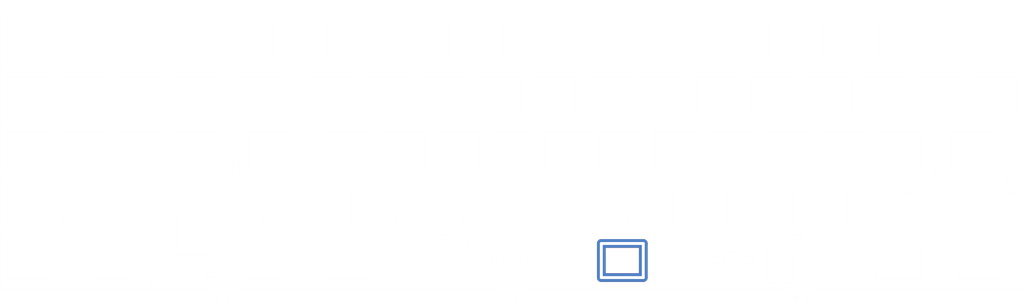
<source format=kicad_pcb>
(kicad_pcb (version 4) (host pcbnew 4.0.6)

  (general
    (links 0)
    (no_connects 0)
    (area 27.894999 24.144999 381.680001 128.255001)
    (thickness 1.6)
    (drawings 466)
    (tracks 0)
    (zones 0)
    (modules 4)
    (nets 1)
  )

  (page A3)
  (layers
    (0 F.Cu signal)
    (31 B.Cu signal)
    (32 B.Adhes user)
    (33 F.Adhes user)
    (34 B.Paste user)
    (35 F.Paste user)
    (36 B.SilkS user)
    (37 F.SilkS user)
    (38 B.Mask user)
    (39 F.Mask user)
    (40 Dwgs.User user)
    (41 Cmts.User user)
    (42 Eco1.User user)
    (43 Eco2.User user)
    (44 Edge.Cuts user)
    (45 Margin user)
    (46 B.CrtYd user)
    (47 F.CrtYd user)
    (48 B.Fab user)
    (49 F.Fab user)
  )

  (setup
    (last_trace_width 0.25)
    (trace_clearance 0.2)
    (zone_clearance 0.508)
    (zone_45_only no)
    (trace_min 0.2)
    (segment_width 0.2)
    (edge_width 0.01)
    (via_size 0.6)
    (via_drill 0.4)
    (via_min_size 0.4)
    (via_min_drill 0.3)
    (uvia_size 0.3)
    (uvia_drill 0.1)
    (uvias_allowed no)
    (uvia_min_size 0.2)
    (uvia_min_drill 0.1)
    (pcb_text_width 0.3)
    (pcb_text_size 1.5 1.5)
    (mod_edge_width 0.15)
    (mod_text_size 1 1)
    (mod_text_width 0.15)
    (pad_size 3 14.8)
    (pad_drill 0)
    (pad_to_mask_clearance 0.2)
    (aux_axis_origin 0 0)
    (visible_elements 7FFFFFFF)
    (pcbplotparams
      (layerselection 0x010f0_80000001)
      (usegerberextensions true)
      (excludeedgelayer true)
      (linewidth 0.020000)
      (plotframeref false)
      (viasonmask false)
      (mode 1)
      (useauxorigin false)
      (hpglpennumber 1)
      (hpglpenspeed 20)
      (hpglpendiameter 15)
      (hpglpenoverlay 2)
      (psnegative false)
      (psa4output false)
      (plotreference true)
      (plotvalue true)
      (plotinvisibletext false)
      (padsonsilk false)
      (subtractmaskfromsilk false)
      (outputformat 1)
      (mirror false)
      (drillshape 0)
      (scaleselection 1)
      (outputdirectory NeXT_plate_gerbers/))
  )

  (net 0 "")

  (net_class Default "This is the default net class."
    (clearance 0.2)
    (trace_width 0.25)
    (via_dia 0.6)
    (via_drill 0.4)
    (uvia_dia 0.3)
    (uvia_drill 0.1)
  )

  (module Keyboard_Footprints:SKCM_Plate_Cutout (layer F.Cu) (tedit 5C7E3BFA) (tstamp 5CDB0C4C)
    (at 242.8875 114.3)
    (fp_text reference "" (at 0 0.5) (layer F.SilkS)
      (effects (font (size 1 1) (thickness 0.15)))
    )
    (fp_text value "SKCM_Plate Cutout" (at 0 0) (layer F.Fab) hide
      (effects (font (size 1 1) (thickness 0.15)))
    )
    (pad "" thru_hole oval (at 0 -5.9) (size 17.5 3) (drill oval 15.5 1) (layers *.Cu *.Mask))
    (pad "" thru_hole oval (at 0 5.9) (size 17.5 3) (drill oval 15.5 1) (layers *.Cu *.Mask))
    (pad "" thru_hole oval (at 7.25 0) (size 3 14.8) (drill oval 1 12.8) (layers *.Cu *.Mask))
    (pad "" thru_hole oval (at -7.25 0) (size 3 14.8) (drill oval 1 12.8) (layers *.Cu *.Mask))
  )

  (module Keyboard_Footprints:FC660c_small_hole (layer F.Cu) (tedit 5CA51C64) (tstamp 5C7E48B8)
    (at 38.1 47.6375)
    (zone_connect 2)
    (fp_text reference FC660c_small_hole (at 0 0) (layer F.SilkS) hide
      (effects (font (size 1 1) (thickness 0.15)))
    )
    (fp_text value "" (at 0 0) (layer F.SilkS) hide
      (effects (font (size 1 1) (thickness 0.15)))
    )
    (pad "" np_thru_hole circle (at 0 0.0125) (size 4 4) (drill 4) (layers *.Cu *.Mask)
      (zone_connect 2))
  )

  (module Keyboard_Footprints:FC660c_small_hole (layer F.Cu) (tedit 5CA51C64) (tstamp 5C7E4882)
    (at 371.81875 91.0125)
    (zone_connect 2)
    (fp_text reference FC660c_small_hole (at 0 0) (layer F.SilkS) hide
      (effects (font (size 1 1) (thickness 0.15)))
    )
    (fp_text value "" (at 0 0) (layer F.SilkS) hide
      (effects (font (size 1 1) (thickness 0.15)))
    )
    (pad "" np_thru_hole circle (at 0 0.0125) (size 4 4) (drill 4) (layers *.Cu *.Mask)
      (zone_connect 2))
  )

  (module Keyboard_Footprints:FC660c_small_hole (layer F.Cu) (tedit 5CA51C64) (tstamp 5C7E4870)
    (at 138.45625 91.0125)
    (zone_connect 2)
    (fp_text reference FC660c_small_hole (at 0 0) (layer F.SilkS) hide
      (effects (font (size 1 1) (thickness 0.15)))
    )
    (fp_text value "" (at 0 0) (layer F.SilkS) hide
      (effects (font (size 1 1) (thickness 0.15)))
    )
    (pad "" np_thru_hole circle (at 0 0.0125) (size 4 4) (drill 4) (layers *.Cu *.Mask)
      (zone_connect 2))
  )

  (gr_line (start 149.4125 88.85) (end 149.4125 101.65) (layer Edge.Cuts) (width 0.01))
  (gr_line (start 164.9125 88.85) (end 149.4125 88.85) (layer Edge.Cuts) (width 0.01))
  (gr_line (start 164.9125 101.65) (end 164.9125 88.85) (layer Edge.Cuts) (width 0.01))
  (gr_line (start 149.4125 101.65) (end 164.9125 101.65) (layer Edge.Cuts) (width 0.01))
  (gr_line (start 139.8875 69.8) (end 139.8875 82.6) (layer Edge.Cuts) (width 0.01))
  (gr_line (start 155.3875 69.8) (end 139.8875 69.8) (layer Edge.Cuts) (width 0.01))
  (gr_line (start 155.3875 82.6) (end 155.3875 69.8) (layer Edge.Cuts) (width 0.01))
  (gr_line (start 139.8875 82.6) (end 155.3875 82.6) (layer Edge.Cuts) (width 0.01))
  (gr_line (start 135.125 50.75) (end 135.125 63.55) (layer Edge.Cuts) (width 0.01))
  (gr_line (start 150.625 50.75) (end 135.125 50.75) (layer Edge.Cuts) (width 0.01))
  (gr_line (start 150.625 63.55) (end 150.625 50.75) (layer Edge.Cuts) (width 0.01))
  (gr_line (start 135.125 63.55) (end 150.625 63.55) (layer Edge.Cuts) (width 0.01))
  (gr_line (start 296.3875 122.05) (end 296.3875 107.85) (layer Edge.Cuts) (width 0.01))
  (gr_line (start 293.0875 122.05) (end 296.3875 122.05) (layer Edge.Cuts) (width 0.01))
  (gr_line (start 293.0875 107.85) (end 293.0875 122.05) (layer Edge.Cuts) (width 0.01))
  (gr_line (start 296.3875 107.85) (end 293.0875 107.85) (layer Edge.Cuts) (width 0.01))
  (gr_line (start 189.3875 122.05) (end 189.3875 107.85) (layer Edge.Cuts) (width 0.01))
  (gr_line (start 192.6875 122.05) (end 189.3875 122.05) (layer Edge.Cuts) (width 0.01))
  (gr_line (start 192.6875 107.85) (end 192.6875 122.05) (layer Edge.Cuts) (width 0.01))
  (gr_line (start 189.3875 107.85) (end 192.6875 107.85) (layer Edge.Cuts) (width 0.01))
  (gr_line (start 235.1375 107.9) (end 235.1375 120.7) (layer Edge.Cuts) (width 0.01))
  (gr_line (start 250.6375 107.9) (end 235.1375 107.9) (layer Edge.Cuts) (width 0.01))
  (gr_line (start 250.6375 120.7) (end 250.6375 107.9) (layer Edge.Cuts) (width 0.01))
  (gr_line (start 235.1375 120.7) (end 250.6375 120.7) (layer Edge.Cuts) (width 0.01))
  (gr_line (start 184.0875 122.05) (end 184.0875 107.85) (layer Edge.Cuts) (width 0.01))
  (gr_line (start 187.3875 122.05) (end 184.0875 122.05) (layer Edge.Cuts) (width 0.01))
  (gr_line (start 187.3875 107.85) (end 187.3875 122.05) (layer Edge.Cuts) (width 0.01))
  (gr_line (start 184.0875 107.85) (end 187.3875 107.85) (layer Edge.Cuts) (width 0.01))
  (gr_line (start 298.3875 122.05) (end 298.3875 107.85) (layer Edge.Cuts) (width 0.01))
  (gr_line (start 301.6875 122.05) (end 298.3875 122.05) (layer Edge.Cuts) (width 0.01))
  (gr_line (start 301.6875 107.85) (end 301.6875 122.05) (layer Edge.Cuts) (width 0.01))
  (gr_line (start 298.3875 107.85) (end 301.6875 107.85) (layer Edge.Cuts) (width 0.01))
  (gr_line (start 357.5125 111.3) (end 354.5125 111.3) (layer Edge.Cuts) (width 0.01))
  (gr_line (start 357.5125 117.3) (end 357.5125 111.3) (layer Edge.Cuts) (width 0.01))
  (gr_line (start 354.5125 117.3) (end 357.5125 117.3) (layer Edge.Cuts) (width 0.01))
  (gr_line (start 354.5125 111.3) (end 354.5125 117.3) (layer Edge.Cuts) (width 0.01))
  (gr_line (start 87.5 69.8) (end 87.5 82.6) (layer Edge.Cuts) (width 0.01))
  (gr_line (start 103 69.8) (end 87.5 69.8) (layer Edge.Cuts) (width 0.01))
  (gr_line (start 103 82.6) (end 103 69.8) (layer Edge.Cuts) (width 0.01))
  (gr_line (start 87.5 82.6) (end 103 82.6) (layer Edge.Cuts) (width 0.01))
  (gr_line (start 87.5 50.75) (end 87.5 63.55) (layer Edge.Cuts) (width 0.01))
  (gr_line (start 103 50.75) (end 87.5 50.75) (layer Edge.Cuts) (width 0.01))
  (gr_line (start 103 63.55) (end 103 50.75) (layer Edge.Cuts) (width 0.01))
  (gr_line (start 87.5 63.55) (end 103 63.55) (layer Edge.Cuts) (width 0.01))
  (gr_line (start 68.45 88.85) (end 68.45 101.65) (layer Edge.Cuts) (width 0.01))
  (gr_line (start 83.95 88.85) (end 68.45 88.85) (layer Edge.Cuts) (width 0.01))
  (gr_line (start 83.95 101.65) (end 83.95 88.85) (layer Edge.Cuts) (width 0.01))
  (gr_line (start 68.45 101.65) (end 83.95 101.65) (layer Edge.Cuts) (width 0.01))
  (gr_line (start 68.45 69.8) (end 68.45 82.6) (layer Edge.Cuts) (width 0.01))
  (gr_line (start 83.95 69.8) (end 68.45 69.8) (layer Edge.Cuts) (width 0.01))
  (gr_line (start 83.95 82.6) (end 83.95 69.8) (layer Edge.Cuts) (width 0.01))
  (gr_line (start 68.45 82.6) (end 83.95 82.6) (layer Edge.Cuts) (width 0.01))
  (gr_line (start 68.45 50.75) (end 68.45 63.55) (layer Edge.Cuts) (width 0.01))
  (gr_line (start 83.95 50.75) (end 68.45 50.75) (layer Edge.Cuts) (width 0.01))
  (gr_line (start 83.95 63.55) (end 83.95 50.75) (layer Edge.Cuts) (width 0.01))
  (gr_line (start 68.45 63.55) (end 83.95 63.55) (layer Edge.Cuts) (width 0.01))
  (gr_line (start 49.4 88.85) (end 49.4 101.65) (layer Edge.Cuts) (width 0.01))
  (gr_line (start 64.9 88.85) (end 49.4 88.85) (layer Edge.Cuts) (width 0.01))
  (gr_line (start 64.9 101.65) (end 64.9 88.85) (layer Edge.Cuts) (width 0.01))
  (gr_line (start 49.4 101.65) (end 64.9 101.65) (layer Edge.Cuts) (width 0.01))
  (gr_line (start 49.4 69.8) (end 49.4 82.6) (layer Edge.Cuts) (width 0.01))
  (gr_line (start 64.9 69.8) (end 49.4 69.8) (layer Edge.Cuts) (width 0.01))
  (gr_line (start 64.9 82.6) (end 64.9 69.8) (layer Edge.Cuts) (width 0.01))
  (gr_line (start 49.4 82.6) (end 64.9 82.6) (layer Edge.Cuts) (width 0.01))
  (gr_line (start 49.4 50.75) (end 49.4 63.55) (layer Edge.Cuts) (width 0.01))
  (gr_line (start 64.9 50.75) (end 49.4 50.75) (layer Edge.Cuts) (width 0.01))
  (gr_line (start 64.9 63.55) (end 64.9 50.75) (layer Edge.Cuts) (width 0.01))
  (gr_line (start 49.4 63.55) (end 64.9 63.55) (layer Edge.Cuts) (width 0.01))
  (gr_line (start 30.35 88.85) (end 30.35 101.65) (layer Edge.Cuts) (width 0.01))
  (gr_line (start 45.85 88.85) (end 30.35 88.85) (layer Edge.Cuts) (width 0.01))
  (gr_line (start 45.85 101.65) (end 45.85 88.85) (layer Edge.Cuts) (width 0.01))
  (gr_line (start 30.35 101.65) (end 45.85 101.65) (layer Edge.Cuts) (width 0.01))
  (gr_line (start 30.35 69.8) (end 30.35 82.6) (layer Edge.Cuts) (width 0.01))
  (gr_line (start 45.85 69.8) (end 30.35 69.8) (layer Edge.Cuts) (width 0.01))
  (gr_line (start 45.85 82.6) (end 45.85 69.8) (layer Edge.Cuts) (width 0.01))
  (gr_line (start 30.35 82.6) (end 45.85 82.6) (layer Edge.Cuts) (width 0.01))
  (gr_line (start 30.35 50.75) (end 30.35 63.55) (layer Edge.Cuts) (width 0.01))
  (gr_line (start 45.85 50.75) (end 30.35 50.75) (layer Edge.Cuts) (width 0.01))
  (gr_line (start 45.85 63.55) (end 45.85 50.75) (layer Edge.Cuts) (width 0.01))
  (gr_line (start 30.35 63.55) (end 45.85 63.55) (layer Edge.Cuts) (width 0.01))
  (gr_line (start 103.5875 127) (end 103.5875 127.75) (layer Edge.Cuts) (width 0.01))
  (gr_line (start 105.9875 127) (end 105.9875 127.75) (layer Edge.Cuts) (width 0.01))
  (gr_line (start 203.5875 127) (end 203.5875 128.25) (layer Edge.Cuts) (width 0.01))
  (gr_line (start 205.9875 127) (end 205.9875 128.25) (layer Edge.Cuts) (width 0.01))
  (gr_line (start 303.5875 127) (end 303.5875 128.25) (layer Edge.Cuts) (width 0.01))
  (gr_line (start 305.9875 127) (end 305.9875 128.25) (layer Edge.Cuts) (width 0.01))
  (gr_line (start 306.5875 128.25) (end 305.9875 128.25) (layer Edge.Cuts) (width 0.01))
  (gr_line (start 306.5875 128.25) (end 309.4375 124.5) (layer Edge.Cuts) (width 0.01))
  (gr_line (start 302.9875 128.25) (end 303.5875 128.25) (layer Edge.Cuts) (width 0.01))
  (gr_line (start 302.9875 128.25) (end 300.1375 124.5) (layer Edge.Cuts) (width 0.01))
  (gr_line (start 206.5875 128.25) (end 205.9875 128.25) (layer Edge.Cuts) (width 0.01))
  (gr_line (start 206.5875 128.25) (end 209.4375 124.5) (layer Edge.Cuts) (width 0.01))
  (gr_line (start 202.9875 128.25) (end 203.5875 128.25) (layer Edge.Cuts) (width 0.01))
  (gr_line (start 202.9875 128.25) (end 200.1375 124.5) (layer Edge.Cuts) (width 0.01))
  (gr_line (start 105.9875 128.25) (end 105.9875 127.75) (layer Edge.Cuts) (width 0.01))
  (gr_line (start 106.5875 128.25) (end 105.9875 128.25) (layer Edge.Cuts) (width 0.01))
  (gr_line (start 106.5875 128.25) (end 109.4375 124.5) (layer Edge.Cuts) (width 0.01))
  (gr_line (start 103.5875 128.25) (end 103.5875 127.75) (layer Edge.Cuts) (width 0.01))
  (gr_line (start 102.9875 128.25) (end 103.5875 128.25) (layer Edge.Cuts) (width 0.01))
  (gr_line (start 102.9875 128.25) (end 100.1375 124.5) (layer Edge.Cuts) (width 0.01))
  (gr_arc (start 304.7875 127) (end 305.9875 127) (angle -180) (layer Edge.Cuts) (width 0.01))
  (gr_arc (start 204.7875 127) (end 205.9875 127) (angle -180) (layer Edge.Cuts) (width 0.01))
  (gr_arc (start 104.7875 127) (end 105.9875 127) (angle -180) (layer Edge.Cuts) (width 0.01))
  (gr_line (start 103.5875 25.4) (end 103.5875 24.65) (layer Edge.Cuts) (width 0.01))
  (gr_line (start 105.9875 25.4) (end 105.9875 24.65) (layer Edge.Cuts) (width 0.01))
  (gr_line (start 203.5875 25.4) (end 203.5875 24.15) (layer Edge.Cuts) (width 0.01))
  (gr_line (start 205.9875 25.4) (end 205.9875 24.15) (layer Edge.Cuts) (width 0.01))
  (gr_line (start 303.5875 25.4) (end 303.5875 24.15) (layer Edge.Cuts) (width 0.01))
  (gr_line (start 305.9875 25.4) (end 305.9875 24.15) (layer Edge.Cuts) (width 0.01))
  (gr_line (start 330.3875 69.8) (end 330.3875 82.6) (layer Edge.Cuts) (width 0.01))
  (gr_line (start 345.8875 69.8) (end 330.3875 69.8) (layer Edge.Cuts) (width 0.01))
  (gr_line (start 345.8875 82.6) (end 345.8875 69.8) (layer Edge.Cuts) (width 0.01))
  (gr_line (start 330.3875 82.6) (end 345.8875 82.6) (layer Edge.Cuts) (width 0.01))
  (gr_line (start 325.625 50.75) (end 325.625 63.55) (layer Edge.Cuts) (width 0.01))
  (gr_line (start 341.125 50.75) (end 325.625 50.75) (layer Edge.Cuts) (width 0.01))
  (gr_line (start 341.125 63.55) (end 341.125 50.75) (layer Edge.Cuts) (width 0.01))
  (gr_line (start 325.625 63.55) (end 341.125 63.55) (layer Edge.Cuts) (width 0.01))
  (gr_line (start 344.675 50.75) (end 344.675 63.55) (layer Edge.Cuts) (width 0.01))
  (gr_line (start 360.175 50.75) (end 344.675 50.75) (layer Edge.Cuts) (width 0.01))
  (gr_line (start 360.175 63.55) (end 360.175 50.75) (layer Edge.Cuts) (width 0.01))
  (gr_line (start 344.675 63.55) (end 360.175 63.55) (layer Edge.Cuts) (width 0.01))
  (gr_line (start 363.725 50.75) (end 363.725 63.55) (layer Edge.Cuts) (width 0.01))
  (gr_line (start 379.225 50.75) (end 363.725 50.75) (layer Edge.Cuts) (width 0.01))
  (gr_line (start 379.225 63.55) (end 379.225 50.75) (layer Edge.Cuts) (width 0.01))
  (gr_line (start 363.725 63.55) (end 379.225 63.55) (layer Edge.Cuts) (width 0.01))
  (gr_line (start 168.4625 88.85) (end 168.4625 101.65) (layer Edge.Cuts) (width 0.01))
  (gr_line (start 183.9625 88.85) (end 168.4625 88.85) (layer Edge.Cuts) (width 0.01))
  (gr_line (start 183.9625 101.65) (end 183.9625 88.85) (layer Edge.Cuts) (width 0.01))
  (gr_line (start 168.4625 101.65) (end 183.9625 101.65) (layer Edge.Cuts) (width 0.01))
  (gr_line (start 187.5125 88.85) (end 187.5125 101.65) (layer Edge.Cuts) (width 0.01))
  (gr_line (start 203.0125 88.85) (end 187.5125 88.85) (layer Edge.Cuts) (width 0.01))
  (gr_line (start 203.0125 101.65) (end 203.0125 88.85) (layer Edge.Cuts) (width 0.01))
  (gr_line (start 187.5125 101.65) (end 203.0125 101.65) (layer Edge.Cuts) (width 0.01))
  (gr_line (start 206.5625 88.85) (end 206.5625 101.65) (layer Edge.Cuts) (width 0.01))
  (gr_line (start 222.0625 88.85) (end 206.5625 88.85) (layer Edge.Cuts) (width 0.01))
  (gr_line (start 222.0625 101.65) (end 222.0625 88.85) (layer Edge.Cuts) (width 0.01))
  (gr_line (start 206.5625 101.65) (end 222.0625 101.65) (layer Edge.Cuts) (width 0.01))
  (gr_line (start 225.6125 88.85) (end 225.6125 101.65) (layer Edge.Cuts) (width 0.01))
  (gr_line (start 241.1125 88.85) (end 225.6125 88.85) (layer Edge.Cuts) (width 0.01))
  (gr_line (start 241.1125 101.65) (end 241.1125 88.85) (layer Edge.Cuts) (width 0.01))
  (gr_line (start 225.6125 101.65) (end 241.1125 101.65) (layer Edge.Cuts) (width 0.01))
  (gr_line (start 244.6625 88.85) (end 244.6625 101.65) (layer Edge.Cuts) (width 0.01))
  (gr_line (start 260.1625 88.85) (end 244.6625 88.85) (layer Edge.Cuts) (width 0.01))
  (gr_line (start 260.1625 101.65) (end 260.1625 88.85) (layer Edge.Cuts) (width 0.01))
  (gr_line (start 244.6625 101.65) (end 260.1625 101.65) (layer Edge.Cuts) (width 0.01))
  (gr_line (start 263.7125 88.85) (end 263.7125 101.65) (layer Edge.Cuts) (width 0.01))
  (gr_line (start 279.2125 88.85) (end 263.7125 88.85) (layer Edge.Cuts) (width 0.01))
  (gr_line (start 279.2125 101.65) (end 279.2125 88.85) (layer Edge.Cuts) (width 0.01))
  (gr_line (start 263.7125 101.65) (end 279.2125 101.65) (layer Edge.Cuts) (width 0.01))
  (gr_line (start 282.7625 88.85) (end 282.7625 101.65) (layer Edge.Cuts) (width 0.01))
  (gr_line (start 298.2625 88.85) (end 282.7625 88.85) (layer Edge.Cuts) (width 0.01))
  (gr_line (start 298.2625 101.65) (end 298.2625 88.85) (layer Edge.Cuts) (width 0.01))
  (gr_line (start 282.7625 101.65) (end 298.2625 101.65) (layer Edge.Cuts) (width 0.01))
  (gr_line (start 301.8125 88.85) (end 301.8125 101.65) (layer Edge.Cuts) (width 0.01))
  (gr_line (start 317.3125 88.85) (end 301.8125 88.85) (layer Edge.Cuts) (width 0.01))
  (gr_line (start 317.3125 101.65) (end 317.3125 88.85) (layer Edge.Cuts) (width 0.01))
  (gr_line (start 301.8125 101.65) (end 317.3125 101.65) (layer Edge.Cuts) (width 0.01))
  (gr_line (start 320.8625 88.85) (end 320.8625 101.65) (layer Edge.Cuts) (width 0.01))
  (gr_line (start 336.3625 88.85) (end 320.8625 88.85) (layer Edge.Cuts) (width 0.01))
  (gr_line (start 336.3625 101.65) (end 336.3625 88.85) (layer Edge.Cuts) (width 0.01))
  (gr_line (start 320.8625 101.65) (end 336.3625 101.65) (layer Edge.Cuts) (width 0.01))
  (gr_line (start 158.9375 69.8) (end 158.9375 82.6) (layer Edge.Cuts) (width 0.01))
  (gr_line (start 174.4375 69.8) (end 158.9375 69.8) (layer Edge.Cuts) (width 0.01))
  (gr_line (start 174.4375 82.6) (end 174.4375 69.8) (layer Edge.Cuts) (width 0.01))
  (gr_line (start 158.9375 82.6) (end 174.4375 82.6) (layer Edge.Cuts) (width 0.01))
  (gr_line (start 177.9875 69.8) (end 177.9875 82.6) (layer Edge.Cuts) (width 0.01))
  (gr_line (start 193.4875 69.8) (end 177.9875 69.8) (layer Edge.Cuts) (width 0.01))
  (gr_line (start 193.4875 82.6) (end 193.4875 69.8) (layer Edge.Cuts) (width 0.01))
  (gr_line (start 177.9875 82.6) (end 193.4875 82.6) (layer Edge.Cuts) (width 0.01))
  (gr_line (start 197.0375 69.8) (end 197.0375 82.6) (layer Edge.Cuts) (width 0.01))
  (gr_line (start 212.5375 69.8) (end 197.0375 69.8) (layer Edge.Cuts) (width 0.01))
  (gr_line (start 212.5375 82.6) (end 212.5375 69.8) (layer Edge.Cuts) (width 0.01))
  (gr_line (start 197.0375 82.6) (end 212.5375 82.6) (layer Edge.Cuts) (width 0.01))
  (gr_line (start 216.0875 69.8) (end 216.0875 82.6) (layer Edge.Cuts) (width 0.01))
  (gr_line (start 231.5875 69.8) (end 216.0875 69.8) (layer Edge.Cuts) (width 0.01))
  (gr_line (start 231.5875 82.6) (end 231.5875 69.8) (layer Edge.Cuts) (width 0.01))
  (gr_line (start 216.0875 82.6) (end 231.5875 82.6) (layer Edge.Cuts) (width 0.01))
  (gr_line (start 235.1375 69.8) (end 235.1375 82.6) (layer Edge.Cuts) (width 0.01))
  (gr_line (start 250.6375 69.8) (end 235.1375 69.8) (layer Edge.Cuts) (width 0.01))
  (gr_line (start 250.6375 82.6) (end 250.6375 69.8) (layer Edge.Cuts) (width 0.01))
  (gr_line (start 235.1375 82.6) (end 250.6375 82.6) (layer Edge.Cuts) (width 0.01))
  (gr_line (start 254.1875 69.8) (end 254.1875 82.6) (layer Edge.Cuts) (width 0.01))
  (gr_line (start 269.6875 69.8) (end 254.1875 69.8) (layer Edge.Cuts) (width 0.01))
  (gr_line (start 269.6875 82.6) (end 269.6875 69.8) (layer Edge.Cuts) (width 0.01))
  (gr_line (start 254.1875 82.6) (end 269.6875 82.6) (layer Edge.Cuts) (width 0.01))
  (gr_line (start 273.2375 69.8) (end 273.2375 82.6) (layer Edge.Cuts) (width 0.01))
  (gr_line (start 288.7375 69.8) (end 273.2375 69.8) (layer Edge.Cuts) (width 0.01))
  (gr_line (start 288.7375 82.6) (end 288.7375 69.8) (layer Edge.Cuts) (width 0.01))
  (gr_line (start 273.2375 82.6) (end 288.7375 82.6) (layer Edge.Cuts) (width 0.01))
  (gr_line (start 292.2875 69.8) (end 292.2875 82.6) (layer Edge.Cuts) (width 0.01))
  (gr_line (start 307.7875 69.8) (end 292.2875 69.8) (layer Edge.Cuts) (width 0.01))
  (gr_line (start 307.7875 82.6) (end 307.7875 69.8) (layer Edge.Cuts) (width 0.01))
  (gr_line (start 292.2875 82.6) (end 307.7875 82.6) (layer Edge.Cuts) (width 0.01))
  (gr_line (start 311.3375 69.8) (end 311.3375 82.6) (layer Edge.Cuts) (width 0.01))
  (gr_line (start 326.8375 69.8) (end 311.3375 69.8) (layer Edge.Cuts) (width 0.01))
  (gr_line (start 326.8375 82.6) (end 326.8375 69.8) (layer Edge.Cuts) (width 0.01))
  (gr_line (start 311.3375 82.6) (end 326.8375 82.6) (layer Edge.Cuts) (width 0.01))
  (gr_line (start 154.175 50.75) (end 154.175 63.55) (layer Edge.Cuts) (width 0.01))
  (gr_line (start 169.675 50.75) (end 154.175 50.75) (layer Edge.Cuts) (width 0.01))
  (gr_line (start 169.675 63.55) (end 169.675 50.75) (layer Edge.Cuts) (width 0.01))
  (gr_line (start 154.175 63.55) (end 169.675 63.55) (layer Edge.Cuts) (width 0.01))
  (gr_line (start 173.225 50.75) (end 173.225 63.55) (layer Edge.Cuts) (width 0.01))
  (gr_line (start 188.725 50.75) (end 173.225 50.75) (layer Edge.Cuts) (width 0.01))
  (gr_line (start 188.725 63.55) (end 188.725 50.75) (layer Edge.Cuts) (width 0.01))
  (gr_line (start 173.225 63.55) (end 188.725 63.55) (layer Edge.Cuts) (width 0.01))
  (gr_line (start 192.275 50.75) (end 192.275 63.55) (layer Edge.Cuts) (width 0.01))
  (gr_line (start 207.775 50.75) (end 192.275 50.75) (layer Edge.Cuts) (width 0.01))
  (gr_line (start 207.775 63.55) (end 207.775 50.75) (layer Edge.Cuts) (width 0.01))
  (gr_line (start 192.275 63.55) (end 207.775 63.55) (layer Edge.Cuts) (width 0.01))
  (gr_line (start 211.325 50.75) (end 211.325 63.55) (layer Edge.Cuts) (width 0.01))
  (gr_line (start 226.825 50.75) (end 211.325 50.75) (layer Edge.Cuts) (width 0.01))
  (gr_line (start 226.825 63.55) (end 226.825 50.75) (layer Edge.Cuts) (width 0.01))
  (gr_line (start 211.325 63.55) (end 226.825 63.55) (layer Edge.Cuts) (width 0.01))
  (gr_line (start 230.375 50.75) (end 230.375 63.55) (layer Edge.Cuts) (width 0.01))
  (gr_line (start 245.875 50.75) (end 230.375 50.75) (layer Edge.Cuts) (width 0.01))
  (gr_line (start 245.875 63.55) (end 245.875 50.75) (layer Edge.Cuts) (width 0.01))
  (gr_line (start 230.375 63.55) (end 245.875 63.55) (layer Edge.Cuts) (width 0.01))
  (gr_line (start 249.425 50.75) (end 249.425 63.55) (layer Edge.Cuts) (width 0.01))
  (gr_line (start 264.925 50.75) (end 249.425 50.75) (layer Edge.Cuts) (width 0.01))
  (gr_line (start 264.925 63.55) (end 264.925 50.75) (layer Edge.Cuts) (width 0.01))
  (gr_line (start 249.425 63.55) (end 264.925 63.55) (layer Edge.Cuts) (width 0.01))
  (gr_line (start 268.475 50.75) (end 268.475 63.55) (layer Edge.Cuts) (width 0.01))
  (gr_line (start 283.975 50.75) (end 268.475 50.75) (layer Edge.Cuts) (width 0.01))
  (gr_line (start 283.975 63.55) (end 283.975 50.75) (layer Edge.Cuts) (width 0.01))
  (gr_line (start 268.475 63.55) (end 283.975 63.55) (layer Edge.Cuts) (width 0.01))
  (gr_line (start 287.525 50.75) (end 287.525 63.55) (layer Edge.Cuts) (width 0.01))
  (gr_line (start 303.025 50.75) (end 287.525 50.75) (layer Edge.Cuts) (width 0.01))
  (gr_line (start 303.025 63.55) (end 303.025 50.75) (layer Edge.Cuts) (width 0.01))
  (gr_line (start 287.525 63.55) (end 303.025 63.55) (layer Edge.Cuts) (width 0.01))
  (gr_line (start 306.575 50.75) (end 306.575 63.55) (layer Edge.Cuts) (width 0.01))
  (gr_line (start 322.075 50.75) (end 306.575 50.75) (layer Edge.Cuts) (width 0.01))
  (gr_line (start 322.075 63.55) (end 322.075 50.75) (layer Edge.Cuts) (width 0.01))
  (gr_line (start 306.575 63.55) (end 322.075 63.55) (layer Edge.Cuts) (width 0.01))
  (gr_line (start 88.85 112.525) (end 101.65 112.525) (layer Edge.Cuts) (width 0.01))
  (gr_line (start 88.85 97.025) (end 88.85 112.525) (layer Edge.Cuts) (width 0.01))
  (gr_line (start 101.65 97.025) (end 88.85 97.025) (layer Edge.Cuts) (width 0.01))
  (gr_line (start 101.65 112.525) (end 101.65 97.025) (layer Edge.Cuts) (width 0.01))
  (gr_line (start 358.9625 107.9) (end 358.9625 120.7) (layer Edge.Cuts) (width 0.01))
  (gr_line (start 374.4625 107.9) (end 358.9625 107.9) (layer Edge.Cuts) (width 0.01))
  (gr_line (start 374.4625 120.7) (end 374.4625 107.9) (layer Edge.Cuts) (width 0.01))
  (gr_line (start 358.9625 120.7) (end 374.4625 120.7) (layer Edge.Cuts) (width 0.01))
  (gr_line (start 351.81875 88.85) (end 351.81875 101.65) (layer Edge.Cuts) (width 0.01))
  (gr_line (start 367.31875 88.85) (end 351.81875 88.85) (layer Edge.Cuts) (width 0.01))
  (gr_line (start 367.31875 101.65) (end 367.31875 88.85) (layer Edge.Cuts) (width 0.01))
  (gr_line (start 351.81875 101.65) (end 367.31875 101.65) (layer Edge.Cuts) (width 0.01))
  (gr_line (start 330.3875 107.9) (end 330.3875 120.7) (layer Edge.Cuts) (width 0.01))
  (gr_line (start 345.8875 107.9) (end 330.3875 107.9) (layer Edge.Cuts) (width 0.01))
  (gr_line (start 345.8875 120.7) (end 345.8875 107.9) (layer Edge.Cuts) (width 0.01))
  (gr_line (start 330.3875 120.7) (end 345.8875 120.7) (layer Edge.Cuts) (width 0.01))
  (gr_line (start 356.58125 69.8) (end 356.58125 82.6) (layer Edge.Cuts) (width 0.01))
  (gr_line (start 372.08125 69.8) (end 356.58125 69.8) (layer Edge.Cuts) (width 0.01))
  (gr_line (start 372.08125 82.6) (end 372.08125 69.8) (layer Edge.Cuts) (width 0.01))
  (gr_line (start 356.58125 82.6) (end 372.08125 82.6) (layer Edge.Cuts) (width 0.01))
  (gr_line (start 111.3125 50.75) (end 111.3125 63.55) (layer Edge.Cuts) (width 0.01))
  (gr_line (start 126.8125 50.75) (end 111.3125 50.75) (layer Edge.Cuts) (width 0.01))
  (gr_line (start 126.8125 63.55) (end 126.8125 50.75) (layer Edge.Cuts) (width 0.01))
  (gr_line (start 111.3125 63.55) (end 126.8125 63.55) (layer Edge.Cuts) (width 0.01))
  (gr_line (start 113.69375 69.8) (end 113.69375 82.6) (layer Edge.Cuts) (width 0.01))
  (gr_line (start 129.19375 69.8) (end 113.69375 69.8) (layer Edge.Cuts) (width 0.01))
  (gr_line (start 129.19375 82.6) (end 129.19375 69.8) (layer Edge.Cuts) (width 0.01))
  (gr_line (start 113.69375 82.6) (end 129.19375 82.6) (layer Edge.Cuts) (width 0.01))
  (gr_line (start 118.45625 88.85) (end 118.45625 101.65) (layer Edge.Cuts) (width 0.01))
  (gr_line (start 133.95625 88.85) (end 118.45625 88.85) (layer Edge.Cuts) (width 0.01))
  (gr_line (start 133.95625 101.65) (end 133.95625 88.85) (layer Edge.Cuts) (width 0.01))
  (gr_line (start 118.45625 101.65) (end 133.95625 101.65) (layer Edge.Cuts) (width 0.01))
  (gr_line (start 139.8875 107.9) (end 139.8875 120.7) (layer Edge.Cuts) (width 0.01))
  (gr_line (start 155.3875 107.9) (end 139.8875 107.9) (layer Edge.Cuts) (width 0.01))
  (gr_line (start 155.3875 120.7) (end 155.3875 107.9) (layer Edge.Cuts) (width 0.01))
  (gr_line (start 139.8875 120.7) (end 155.3875 120.7) (layer Edge.Cuts) (width 0.01))
  (gr_line (start 111.3125 107.9) (end 111.3125 120.7) (layer Edge.Cuts) (width 0.01))
  (gr_line (start 126.8125 107.9) (end 111.3125 107.9) (layer Edge.Cuts) (width 0.01))
  (gr_line (start 126.8125 120.7) (end 126.8125 107.9) (layer Edge.Cuts) (width 0.01))
  (gr_line (start 111.3125 120.7) (end 126.8125 120.7) (layer Edge.Cuts) (width 0.01))
  (gr_line (start 58.925 107.9) (end 58.925 120.7) (layer Edge.Cuts) (width 0.01))
  (gr_line (start 74.425 107.9) (end 58.925 107.9) (layer Edge.Cuts) (width 0.01))
  (gr_line (start 74.425 120.7) (end 74.425 107.9) (layer Edge.Cuts) (width 0.01))
  (gr_line (start 58.925 120.7) (end 74.425 120.7) (layer Edge.Cuts) (width 0.01))
  (gr_line (start 30.35 107.9) (end 30.35 120.7) (layer Edge.Cuts) (width 0.01))
  (gr_line (start 45.85 107.9) (end 30.35 107.9) (layer Edge.Cuts) (width 0.01))
  (gr_line (start 45.85 120.7) (end 45.85 107.9) (layer Edge.Cuts) (width 0.01))
  (gr_line (start 30.35 120.7) (end 45.85 120.7) (layer Edge.Cuts) (width 0.01))
  (gr_line (start 30.35 31.7) (end 30.35 44.5) (layer Edge.Cuts) (width 0.01))
  (gr_line (start 45.85 31.7) (end 30.35 31.7) (layer Edge.Cuts) (width 0.01))
  (gr_line (start 45.85 44.5) (end 45.85 31.7) (layer Edge.Cuts) (width 0.01))
  (gr_line (start 30.35 44.5) (end 45.85 44.5) (layer Edge.Cuts) (width 0.01))
  (gr_line (start 49.4 31.7) (end 49.4 44.5) (layer Edge.Cuts) (width 0.01))
  (gr_line (start 64.9 31.7) (end 49.4 31.7) (layer Edge.Cuts) (width 0.01))
  (gr_line (start 64.9 44.5) (end 64.9 31.7) (layer Edge.Cuts) (width 0.01))
  (gr_line (start 49.4 44.5) (end 64.9 44.5) (layer Edge.Cuts) (width 0.01))
  (gr_line (start 68.45 31.7) (end 68.45 44.5) (layer Edge.Cuts) (width 0.01))
  (gr_line (start 83.95 31.7) (end 68.45 31.7) (layer Edge.Cuts) (width 0.01))
  (gr_line (start 83.95 44.5) (end 83.95 31.7) (layer Edge.Cuts) (width 0.01))
  (gr_line (start 68.45 44.5) (end 83.95 44.5) (layer Edge.Cuts) (width 0.01))
  (gr_line (start 87.5 31.7) (end 87.5 44.5) (layer Edge.Cuts) (width 0.01))
  (gr_line (start 103 31.7) (end 87.5 31.7) (layer Edge.Cuts) (width 0.01))
  (gr_line (start 103 44.5) (end 103 31.7) (layer Edge.Cuts) (width 0.01))
  (gr_line (start 87.5 44.5) (end 103 44.5) (layer Edge.Cuts) (width 0.01))
  (gr_line (start 106.55 31.7) (end 106.55 44.5) (layer Edge.Cuts) (width 0.01))
  (gr_line (start 122.05 31.7) (end 106.55 31.7) (layer Edge.Cuts) (width 0.01))
  (gr_line (start 122.05 44.5) (end 122.05 31.7) (layer Edge.Cuts) (width 0.01))
  (gr_line (start 106.55 44.5) (end 122.05 44.5) (layer Edge.Cuts) (width 0.01))
  (gr_line (start 125.6 31.7) (end 125.6 44.5) (layer Edge.Cuts) (width 0.01))
  (gr_line (start 141.1 31.7) (end 125.6 31.7) (layer Edge.Cuts) (width 0.01))
  (gr_line (start 141.1 44.5) (end 141.1 31.7) (layer Edge.Cuts) (width 0.01))
  (gr_line (start 125.6 44.5) (end 141.1 44.5) (layer Edge.Cuts) (width 0.01))
  (gr_line (start 144.65 31.7) (end 144.65 44.5) (layer Edge.Cuts) (width 0.01))
  (gr_line (start 160.15 31.7) (end 144.65 31.7) (layer Edge.Cuts) (width 0.01))
  (gr_line (start 160.15 44.5) (end 160.15 31.7) (layer Edge.Cuts) (width 0.01))
  (gr_line (start 144.65 44.5) (end 160.15 44.5) (layer Edge.Cuts) (width 0.01))
  (gr_line (start 163.7 31.7) (end 163.7 44.5) (layer Edge.Cuts) (width 0.01))
  (gr_line (start 179.2 31.7) (end 163.7 31.7) (layer Edge.Cuts) (width 0.01))
  (gr_line (start 179.2 44.5) (end 179.2 31.7) (layer Edge.Cuts) (width 0.01))
  (gr_line (start 163.7 44.5) (end 179.2 44.5) (layer Edge.Cuts) (width 0.01))
  (gr_line (start 182.75 31.7) (end 182.75 44.5) (layer Edge.Cuts) (width 0.01))
  (gr_line (start 198.25 31.7) (end 182.75 31.7) (layer Edge.Cuts) (width 0.01))
  (gr_line (start 198.25 44.5) (end 198.25 31.7) (layer Edge.Cuts) (width 0.01))
  (gr_line (start 182.75 44.5) (end 198.25 44.5) (layer Edge.Cuts) (width 0.01))
  (gr_line (start 201.8 31.7) (end 201.8 44.5) (layer Edge.Cuts) (width 0.01))
  (gr_line (start 217.3 31.7) (end 201.8 31.7) (layer Edge.Cuts) (width 0.01))
  (gr_line (start 217.3 44.5) (end 217.3 31.7) (layer Edge.Cuts) (width 0.01))
  (gr_line (start 201.8 44.5) (end 217.3 44.5) (layer Edge.Cuts) (width 0.01))
  (gr_line (start 220.85 31.7) (end 220.85 44.5) (layer Edge.Cuts) (width 0.01))
  (gr_line (start 236.35 31.7) (end 220.85 31.7) (layer Edge.Cuts) (width 0.01))
  (gr_line (start 236.35 44.5) (end 236.35 31.7) (layer Edge.Cuts) (width 0.01))
  (gr_line (start 220.85 44.5) (end 236.35 44.5) (layer Edge.Cuts) (width 0.01))
  (gr_line (start 239.9 31.7) (end 239.9 44.5) (layer Edge.Cuts) (width 0.01))
  (gr_line (start 255.4 31.7) (end 239.9 31.7) (layer Edge.Cuts) (width 0.01))
  (gr_line (start 255.4 44.5) (end 255.4 31.7) (layer Edge.Cuts) (width 0.01))
  (gr_line (start 239.9 44.5) (end 255.4 44.5) (layer Edge.Cuts) (width 0.01))
  (gr_line (start 258.95 31.7) (end 258.95 44.5) (layer Edge.Cuts) (width 0.01))
  (gr_line (start 274.45 31.7) (end 258.95 31.7) (layer Edge.Cuts) (width 0.01))
  (gr_line (start 274.45 44.5) (end 274.45 31.7) (layer Edge.Cuts) (width 0.01))
  (gr_line (start 258.95 44.5) (end 274.45 44.5) (layer Edge.Cuts) (width 0.01))
  (gr_line (start 278 31.7) (end 278 44.5) (layer Edge.Cuts) (width 0.01))
  (gr_line (start 293.5 31.7) (end 278 31.7) (layer Edge.Cuts) (width 0.01))
  (gr_line (start 293.5 44.5) (end 293.5 31.7) (layer Edge.Cuts) (width 0.01))
  (gr_line (start 278 44.5) (end 293.5 44.5) (layer Edge.Cuts) (width 0.01))
  (gr_line (start 297.05 31.7) (end 297.05 44.5) (layer Edge.Cuts) (width 0.01))
  (gr_line (start 312.55 31.7) (end 297.05 31.7) (layer Edge.Cuts) (width 0.01))
  (gr_line (start 312.55 44.5) (end 312.55 31.7) (layer Edge.Cuts) (width 0.01))
  (gr_line (start 297.05 44.5) (end 312.55 44.5) (layer Edge.Cuts) (width 0.01))
  (gr_line (start 316.1 31.7) (end 316.1 44.5) (layer Edge.Cuts) (width 0.01))
  (gr_line (start 331.6 31.7) (end 316.1 31.7) (layer Edge.Cuts) (width 0.01))
  (gr_line (start 331.6 44.5) (end 331.6 31.7) (layer Edge.Cuts) (width 0.01))
  (gr_line (start 316.1 44.5) (end 331.6 44.5) (layer Edge.Cuts) (width 0.01))
  (gr_line (start 335.15 31.7) (end 335.15 44.5) (layer Edge.Cuts) (width 0.01))
  (gr_line (start 350.65 31.7) (end 335.15 31.7) (layer Edge.Cuts) (width 0.01))
  (gr_line (start 350.65 44.5) (end 350.65 31.7) (layer Edge.Cuts) (width 0.01))
  (gr_line (start 335.15 44.5) (end 350.65 44.5) (layer Edge.Cuts) (width 0.01))
  (gr_line (start 358.9625 31.7) (end 358.9625 44.5) (layer Edge.Cuts) (width 0.01))
  (gr_line (start 374.4625 31.7) (end 358.9625 31.7) (layer Edge.Cuts) (width 0.01))
  (gr_line (start 374.4625 44.5) (end 374.4625 31.7) (layer Edge.Cuts) (width 0.01))
  (gr_line (start 358.9625 44.5) (end 374.4625 44.5) (layer Edge.Cuts) (width 0.01))
  (gr_line (start 380.675 124.5) (end 309.4375 124.5) (layer Edge.Cuts) (width 0.01))
  (gr_line (start 100.1375 124.5) (end 28.9 124.5) (layer Edge.Cuts) (width 0.01))
  (gr_line (start 200.1375 124.5) (end 109.4375 124.5) (layer Edge.Cuts) (width 0.01))
  (gr_line (start 300.1375 124.5) (end 209.4375 124.5) (layer Edge.Cuts) (width 0.01))
  (gr_line (start 380.675 27.9) (end 309.4375 27.9) (layer Edge.Cuts) (width 0.01))
  (gr_line (start 100.1375 27.9) (end 28.9 27.9) (layer Edge.Cuts) (width 0.01))
  (gr_line (start 200.1375 27.9) (end 109.4375 27.9) (layer Edge.Cuts) (width 0.01))
  (gr_line (start 300.1375 27.9) (end 209.4375 27.9) (layer Edge.Cuts) (width 0.01))
  (gr_line (start 306.5875 24.15) (end 305.9875 24.15) (layer Edge.Cuts) (width 0.01))
  (gr_line (start 306.5875 24.15) (end 309.4375 27.9) (layer Edge.Cuts) (width 0.01))
  (gr_line (start 302.9875 24.15) (end 303.5875 24.15) (layer Edge.Cuts) (width 0.01))
  (gr_line (start 302.9875 24.15) (end 300.1375 27.9) (layer Edge.Cuts) (width 0.01))
  (gr_line (start 206.5875 24.15) (end 205.9875 24.15) (layer Edge.Cuts) (width 0.01))
  (gr_line (start 206.5875 24.15) (end 209.4375 27.9) (layer Edge.Cuts) (width 0.01))
  (gr_line (start 202.9875 24.15) (end 203.5875 24.15) (layer Edge.Cuts) (width 0.01))
  (gr_line (start 202.9875 24.15) (end 200.1375 27.9) (layer Edge.Cuts) (width 0.01))
  (gr_line (start 105.9875 24.15) (end 105.9875 24.65) (layer Edge.Cuts) (width 0.01))
  (gr_line (start 106.5875 24.15) (end 105.9875 24.15) (layer Edge.Cuts) (width 0.01))
  (gr_line (start 106.5875 24.15) (end 109.4375 27.9) (layer Edge.Cuts) (width 0.01))
  (gr_line (start 103.5875 24.15) (end 103.5875 24.65) (layer Edge.Cuts) (width 0.01))
  (gr_line (start 102.9875 24.15) (end 103.5875 24.15) (layer Edge.Cuts) (width 0.01))
  (gr_line (start 102.9875 24.15) (end 100.1375 27.9) (layer Edge.Cuts) (width 0.01))
  (gr_line (start 381.675 123.5) (end 381.675 28.9) (layer Edge.Cuts) (width 0.01))
  (gr_arc (start 380.675 28.9) (end 381.675 28.9) (angle -90) (layer Edge.Cuts) (width 0.01))
  (gr_arc (start 380.675 123.5) (end 380.675 124.5) (angle -90) (layer Edge.Cuts) (width 0.01))
  (gr_arc (start 304.7875 25.4) (end 303.5875 25.4) (angle -180) (layer Edge.Cuts) (width 0.01))
  (gr_arc (start 204.7875 25.4) (end 203.5875 25.4) (angle -180) (layer Edge.Cuts) (width 0.01))
  (gr_line (start 27.9 123.5) (end 27.9 28.9) (layer Edge.Cuts) (width 0.01))
  (gr_arc (start 104.7875 25.4) (end 103.5875 25.4) (angle -180) (layer Edge.Cuts) (width 0.01))
  (gr_line (start 305.2875 123.25) (end 302.6875 123.25) (layer Edge.Cuts) (width 0.01))
  (gr_line (start 305.2875 118.15) (end 305.2875 123.25) (layer Edge.Cuts) (width 0.01))
  (gr_line (start 302.6875 118.15) (end 305.2875 118.15) (layer Edge.Cuts) (width 0.01))
  (gr_line (start 302.6875 123.25) (end 302.6875 118.15) (layer Edge.Cuts) (width 0.01))
  (gr_arc (start 28.9 28.9) (end 28.9 27.9) (angle -90) (layer Edge.Cuts) (width 0.01))
  (gr_line (start 302.6875 105.35) (end 305.2875 105.35) (layer Edge.Cuts) (width 0.01))
  (gr_line (start 302.6875 110.45) (end 302.6875 105.35) (layer Edge.Cuts) (width 0.01))
  (gr_line (start 305.2875 110.45) (end 302.6875 110.45) (layer Edge.Cuts) (width 0.01))
  (gr_line (start 305.2875 105.35) (end 305.2875 110.45) (layer Edge.Cuts) (width 0.01))
  (gr_line (start 180.4875 105.35) (end 183.0875 105.35) (layer Edge.Cuts) (width 0.01))
  (gr_line (start 180.4875 110.45) (end 180.4875 105.35) (layer Edge.Cuts) (width 0.01))
  (gr_line (start 183.0875 110.45) (end 180.4875 110.45) (layer Edge.Cuts) (width 0.01))
  (gr_line (start 183.0875 105.35) (end 183.0875 110.45) (layer Edge.Cuts) (width 0.01))
  (gr_line (start 104.2 89.375) (end 104.2 91.975) (layer Edge.Cuts) (width 0.01))
  (gr_line (start 99.1 89.375) (end 104.2 89.375) (layer Edge.Cuts) (width 0.01))
  (gr_line (start 99.1 91.975) (end 99.1 89.375) (layer Edge.Cuts) (width 0.01))
  (gr_line (start 104.2 91.975) (end 99.1 91.975) (layer Edge.Cuts) (width 0.01))
  (gr_line (start 104.2 120.175) (end 104.2 117.575) (layer Edge.Cuts) (width 0.01))
  (gr_line (start 99.1 120.175) (end 104.2 120.175) (layer Edge.Cuts) (width 0.01))
  (gr_line (start 99.1 117.575) (end 99.1 120.175) (layer Edge.Cuts) (width 0.01))
  (gr_line (start 104.2 117.575) (end 99.1 117.575) (layer Edge.Cuts) (width 0.01))
  (gr_line (start 82.075 123.25) (end 79.475 123.25) (layer Edge.Cuts) (width 0.01))
  (gr_line (start 82.075 118.15) (end 82.075 123.25) (layer Edge.Cuts) (width 0.01))
  (gr_line (start 79.475 118.15) (end 82.075 118.15) (layer Edge.Cuts) (width 0.01))
  (gr_line (start 79.475 123.25) (end 79.475 118.15) (layer Edge.Cuts) (width 0.01))
  (gr_line (start 51.275 123.25) (end 53.875 123.25) (layer Edge.Cuts) (width 0.01))
  (gr_line (start 51.275 118.15) (end 51.275 123.25) (layer Edge.Cuts) (width 0.01))
  (gr_line (start 53.875 118.15) (end 51.275 118.15) (layer Edge.Cuts) (width 0.01))
  (gr_line (start 53.875 123.25) (end 53.875 118.15) (layer Edge.Cuts) (width 0.01))
  (gr_arc (start 28.9 123.5) (end 27.9 123.5) (angle -90) (layer Edge.Cuts) (width 0.01))
  (gr_line (start 107.50625 91.4) (end 110.10625 91.4) (layer Edge.Cuts) (width 0.01))
  (gr_line (start 107.50625 86.3) (end 107.50625 91.4) (layer Edge.Cuts) (width 0.01))
  (gr_line (start 110.10625 86.3) (end 107.50625 86.3) (layer Edge.Cuts) (width 0.01))
  (gr_line (start 110.10625 91.4) (end 110.10625 86.3) (layer Edge.Cuts) (width 0.01))
  (gr_line (start 108.143753 85.15) (end 110.743753 85.15) (layer Edge.Cuts) (width 0.01))
  (gr_line (start 108.143753 80.05) (end 108.143753 85.15) (layer Edge.Cuts) (width 0.01))
  (gr_line (start 110.743753 80.05) (end 108.143753 80.05) (layer Edge.Cuts) (width 0.01))
  (gr_line (start 110.743753 85.15) (end 110.743753 80.05) (layer Edge.Cuts) (width 0.01))
  (gr_line (start 285.8625 115.4) (end 288.0625 115.4) (layer Edge.Cuts) (width 0.01))
  (gr_line (start 285.8625 113.2) (end 285.8625 115.4) (layer Edge.Cuts) (width 0.01))
  (gr_line (start 288.0625 113.2) (end 285.8625 113.2) (layer Edge.Cuts) (width 0.01))
  (gr_line (start 288.0625 115.4) (end 288.0625 113.2) (layer Edge.Cuts) (width 0.01))
  (gr_line (start 276.1125 113.2) (end 273.9125 113.2) (layer Edge.Cuts) (width 0.01))
  (gr_line (start 276.1125 115.4) (end 276.1125 113.2) (layer Edge.Cuts) (width 0.01))
  (gr_line (start 273.9125 115.4) (end 276.1125 115.4) (layer Edge.Cuts) (width 0.01))
  (gr_line (start 273.9125 113.2) (end 273.9125 115.4) (layer Edge.Cuts) (width 0.01))
  (gr_circle (center 280.9875 114.3) (end 284.1125 114.3) (layer Edge.Cuts) (width 0.01))
  (gr_line (start 199.9125 115.4) (end 197.7125 115.4) (layer Edge.Cuts) (width 0.01))
  (gr_line (start 199.9125 113.2) (end 199.9125 115.4) (layer Edge.Cuts) (width 0.01))
  (gr_line (start 197.7125 113.2) (end 199.9125 113.2) (layer Edge.Cuts) (width 0.01))
  (gr_line (start 197.7125 115.4) (end 197.7125 113.2) (layer Edge.Cuts) (width 0.01))
  (gr_line (start 209.6625 113.2) (end 211.8625 113.2) (layer Edge.Cuts) (width 0.01))
  (gr_line (start 209.6625 115.4) (end 209.6625 113.2) (layer Edge.Cuts) (width 0.01))
  (gr_line (start 211.8625 115.4) (end 209.6625 115.4) (layer Edge.Cuts) (width 0.01))
  (gr_line (start 211.8625 113.2) (end 211.8625 115.4) (layer Edge.Cuts) (width 0.01))
  (gr_circle (center 204.7875 114.3) (end 207.9125 114.3) (layer Edge.Cuts) (width 0.01))
  (gr_line (start 180.4875 123.25) (end 183.0875 123.25) (layer Edge.Cuts) (width 0.01))
  (gr_line (start 180.4875 118.15) (end 180.4875 123.25) (layer Edge.Cuts) (width 0.01))
  (gr_line (start 183.0875 118.15) (end 180.4875 118.15) (layer Edge.Cuts) (width 0.01))
  (gr_line (start 183.0875 123.25) (end 183.0875 118.15) (layer Edge.Cuts) (width 0.01))
  (gr_line (start 144.90625 91.4) (end 142.30625 91.4) (layer Edge.Cuts) (width 0.01))
  (gr_line (start 144.90625 86.3) (end 144.90625 91.4) (layer Edge.Cuts) (width 0.01))
  (gr_line (start 142.30625 86.3) (end 144.90625 86.3) (layer Edge.Cuts) (width 0.01))
  (gr_line (start 142.30625 91.4) (end 142.30625 86.3) (layer Edge.Cuts) (width 0.01))
  (gr_line (start 378.26875 91.4) (end 375.66875 91.4) (layer Edge.Cuts) (width 0.01))
  (gr_line (start 378.26875 86.3) (end 378.26875 91.4) (layer Edge.Cuts) (width 0.01))
  (gr_line (start 375.66875 86.3) (end 378.26875 86.3) (layer Edge.Cuts) (width 0.01))
  (gr_line (start 375.66875 91.4) (end 375.66875 86.3) (layer Edge.Cuts) (width 0.01))
  (gr_line (start 340.86875 91.4) (end 343.46875 91.4) (layer Edge.Cuts) (width 0.01))
  (gr_line (start 340.86875 86.3) (end 340.86875 91.4) (layer Edge.Cuts) (width 0.01))
  (gr_line (start 343.46875 86.3) (end 340.86875 86.3) (layer Edge.Cuts) (width 0.01))
  (gr_line (start 343.46875 91.4) (end 343.46875 86.3) (layer Edge.Cuts) (width 0.01))
  (gr_line (start 134.74375 85.15) (end 132.14375 85.15) (layer Edge.Cuts) (width 0.01))
  (gr_line (start 134.74375 80.05) (end 134.74375 85.15) (layer Edge.Cuts) (width 0.01))
  (gr_line (start 132.14375 80.05) (end 134.74375 80.05) (layer Edge.Cuts) (width 0.01))
  (gr_line (start 132.14375 85.15) (end 132.14375 80.05) (layer Edge.Cuts) (width 0.01))
  (gr_line (start 377.63125 85.15) (end 375.03125 85.15) (layer Edge.Cuts) (width 0.01))
  (gr_line (start 377.63125 80.05) (end 377.63125 85.15) (layer Edge.Cuts) (width 0.01))
  (gr_line (start 375.03125 80.05) (end 377.63125 80.05) (layer Edge.Cuts) (width 0.01))
  (gr_line (start 375.03125 85.15) (end 375.03125 80.05) (layer Edge.Cuts) (width 0.01))
  (gr_line (start 351.031253 85.15) (end 353.631253 85.15) (layer Edge.Cuts) (width 0.01))
  (gr_line (start 351.031253 80.05) (end 351.031253 85.15) (layer Edge.Cuts) (width 0.01))
  (gr_line (start 353.631253 80.05) (end 351.031253 80.05) (layer Edge.Cuts) (width 0.01))
  (gr_line (start 353.631253 85.15) (end 353.631253 80.05) (layer Edge.Cuts) (width 0.01))

)

</source>
